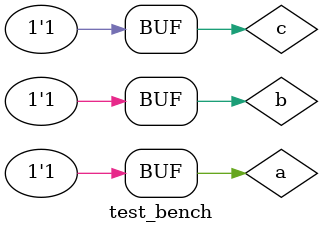
<source format=v>
`include "fulladder"
`timescale 1 ns / 1 ps
module test_bench;
reg a;
reg b;
reg c;
wire s;
wire co;
fulladder FA (a,b,c,s,co);
initial
begin
$display("=========This is a test bench of FULL ADDER=========");
$monitor($time," || a= %b | b= %b | c= %b | s= %b | os= %b",a,b,c,s,co);
a=1'b0;
b=1'b0;
c=1'b0;
#5 a=1'b0;
b=1'b0;
c=1'b1;
  #5 a=1'b0;
b=1'b1;
c=1'b0;
  #5 a=1'b1;
b=1'b0;
c=1'b0;
  #5 a=1'b0;
b=1'b1;
c=1'b1;
  #5 a=1'b1;
b=1'b1;
c=1'b0;
  #5 a=1'b1;
b=1'b0;
c=1'b1;
  #5 a=1'b1;
b=1'b1;
c=1'b1;
end
//====================chart========================
//for all abc -> output S/C
//000->0/0
//001->1/0
//011->0/1
//111->1/1
//a|b|c/S-c
//000/0-0
//001/1-0
//010/1-0
//100/1-0
//011/0-1
//110/0-1
//101/0-1
//111/1-1
//============all we need to test==================
//always #50 begin
//if
endmodule

</source>
